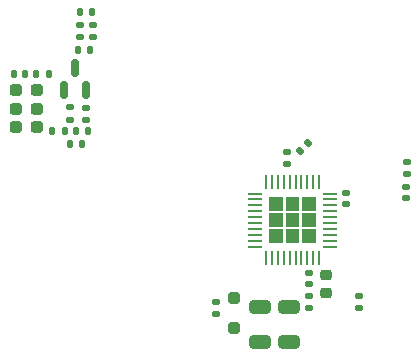
<source format=gbr>
%TF.GenerationSoftware,KiCad,Pcbnew,7.0.11*%
%TF.CreationDate,2024-11-13T01:10:25+09:00*%
%TF.ProjectId,MD,4d442e6b-6963-4616-945f-706362585858,rev?*%
%TF.SameCoordinates,Original*%
%TF.FileFunction,Paste,Bot*%
%TF.FilePolarity,Positive*%
%FSLAX46Y46*%
G04 Gerber Fmt 4.6, Leading zero omitted, Abs format (unit mm)*
G04 Created by KiCad (PCBNEW 7.0.11) date 2024-11-13 01:10:25*
%MOMM*%
%LPD*%
G01*
G04 APERTURE LIST*
G04 Aperture macros list*
%AMRoundRect*
0 Rectangle with rounded corners*
0 $1 Rounding radius*
0 $2 $3 $4 $5 $6 $7 $8 $9 X,Y pos of 4 corners*
0 Add a 4 corners polygon primitive as box body*
4,1,4,$2,$3,$4,$5,$6,$7,$8,$9,$2,$3,0*
0 Add four circle primitives for the rounded corners*
1,1,$1+$1,$2,$3*
1,1,$1+$1,$4,$5*
1,1,$1+$1,$6,$7*
1,1,$1+$1,$8,$9*
0 Add four rect primitives between the rounded corners*
20,1,$1+$1,$2,$3,$4,$5,0*
20,1,$1+$1,$4,$5,$6,$7,0*
20,1,$1+$1,$6,$7,$8,$9,0*
20,1,$1+$1,$8,$9,$2,$3,0*%
G04 Aperture macros list end*
%ADD10RoundRect,0.140000X0.170000X-0.140000X0.170000X0.140000X-0.170000X0.140000X-0.170000X-0.140000X0*%
%ADD11RoundRect,0.135000X-0.185000X0.135000X-0.185000X-0.135000X0.185000X-0.135000X0.185000X0.135000X0*%
%ADD12RoundRect,0.250000X-0.650000X0.325000X-0.650000X-0.325000X0.650000X-0.325000X0.650000X0.325000X0*%
%ADD13RoundRect,0.135000X0.135000X0.185000X-0.135000X0.185000X-0.135000X-0.185000X0.135000X-0.185000X0*%
%ADD14RoundRect,0.150000X0.150000X-0.587500X0.150000X0.587500X-0.150000X0.587500X-0.150000X-0.587500X0*%
%ADD15RoundRect,0.135000X-0.135000X-0.185000X0.135000X-0.185000X0.135000X0.185000X-0.135000X0.185000X0*%
%ADD16RoundRect,0.225000X0.250000X-0.225000X0.250000X0.225000X-0.250000X0.225000X-0.250000X-0.225000X0*%
%ADD17RoundRect,0.237500X-0.287500X-0.237500X0.287500X-0.237500X0.287500X0.237500X-0.287500X0.237500X0*%
%ADD18RoundRect,0.135000X0.185000X-0.135000X0.185000X0.135000X-0.185000X0.135000X-0.185000X-0.135000X0*%
%ADD19RoundRect,0.140000X-0.170000X0.140000X-0.170000X-0.140000X0.170000X-0.140000X0.170000X0.140000X0*%
%ADD20RoundRect,0.250000X-0.250000X0.250000X-0.250000X-0.250000X0.250000X-0.250000X0.250000X0.250000X0*%
%ADD21RoundRect,0.140000X0.140000X0.170000X-0.140000X0.170000X-0.140000X-0.170000X0.140000X-0.170000X0*%
%ADD22RoundRect,0.135000X-0.035355X0.226274X-0.226274X0.035355X0.035355X-0.226274X0.226274X-0.035355X0*%
%ADD23O,0.230000X1.210000*%
%ADD24O,1.210000X0.230000*%
G04 APERTURE END LIST*
%TO.C,U6*%
G36*
X23732987Y-21000821D02*
G01*
X22562987Y-21000821D01*
X22562987Y-19830821D01*
X23732987Y-19830821D01*
X23732987Y-21000821D01*
G37*
G36*
X25102987Y-21000821D02*
G01*
X23932987Y-21000821D01*
X23932987Y-19830821D01*
X25102987Y-19830821D01*
X25102987Y-21000821D01*
G37*
G36*
X26472987Y-21000821D02*
G01*
X25302987Y-21000821D01*
X25302987Y-19830821D01*
X26472987Y-19830821D01*
X26472987Y-21000821D01*
G37*
G36*
X23732987Y-19630821D02*
G01*
X22562987Y-19630821D01*
X22562987Y-18460821D01*
X23732987Y-18460821D01*
X23732987Y-19630821D01*
G37*
G36*
X25102987Y-19630821D02*
G01*
X23932987Y-19630821D01*
X23932987Y-18460821D01*
X25102987Y-18460821D01*
X25102987Y-19630821D01*
G37*
G36*
X26472987Y-19630821D02*
G01*
X25302987Y-19630821D01*
X25302987Y-18460821D01*
X26472987Y-18460821D01*
X26472987Y-19630821D01*
G37*
G36*
X23732987Y-18260821D02*
G01*
X22562987Y-18260821D01*
X22562987Y-17090821D01*
X23732987Y-17090821D01*
X23732987Y-18260821D01*
G37*
G36*
X25102987Y-18260821D02*
G01*
X23932987Y-18260821D01*
X23932987Y-17090821D01*
X25102987Y-17090821D01*
X25102987Y-18260821D01*
G37*
G36*
X26472987Y-18260821D02*
G01*
X25302987Y-18260821D01*
X25302987Y-17090821D01*
X26472987Y-17090821D01*
X26472987Y-18260821D01*
G37*
%TD*%
D10*
%TO.C,C26*%
X29046592Y-17711952D03*
X29046592Y-16751952D03*
%TD*%
D11*
%TO.C,R1*%
X34172320Y-14149096D03*
X34172320Y-15169096D03*
%TD*%
D12*
%TO.C,C23*%
X24186288Y-26387049D03*
X24186288Y-29337049D03*
%TD*%
D13*
%TO.C,R29*%
X7367926Y-4622934D03*
X6347926Y-4622934D03*
%TD*%
D14*
%TO.C,Q5*%
X7028896Y-8058847D03*
X5128896Y-8058847D03*
X6078896Y-6183847D03*
%TD*%
D15*
%TO.C,R26*%
X6489069Y-1419813D03*
X7509069Y-1419813D03*
%TD*%
D16*
%TO.C,C28*%
X27376853Y-25255142D03*
X27376853Y-23705142D03*
%TD*%
D17*
%TO.C,D22*%
X1125000Y-8000000D03*
X2875000Y-8000000D03*
%TD*%
D11*
%TO.C,R28*%
X6523448Y-2550501D03*
X6523448Y-3570501D03*
%TD*%
D18*
%TO.C,R72*%
X5713895Y-10526175D03*
X5713895Y-9506175D03*
%TD*%
D19*
%TO.C,C1*%
X34159743Y-16216675D03*
X34159743Y-17176675D03*
%TD*%
D17*
%TO.C,D20*%
X1120288Y-11196083D03*
X2870288Y-11196083D03*
%TD*%
D11*
%TO.C,R24*%
X7597912Y-2552780D03*
X7597912Y-3572780D03*
%TD*%
D20*
%TO.C,D5*%
X19559617Y-25676490D03*
X19559617Y-28176490D03*
%TD*%
D10*
%TO.C,C29*%
X24032631Y-14265961D03*
X24032631Y-13305961D03*
%TD*%
D13*
%TO.C,R75*%
X7165288Y-11523492D03*
X6145288Y-11523492D03*
%TD*%
D18*
%TO.C,R30*%
X18033291Y-27011083D03*
X18033291Y-25991083D03*
%TD*%
D17*
%TO.C,D21*%
X1120288Y-9598472D03*
X2870288Y-9598472D03*
%TD*%
D13*
%TO.C,R69*%
X5210000Y-11500000D03*
X4190000Y-11500000D03*
%TD*%
D12*
%TO.C,C24*%
X21788621Y-26387049D03*
X21788621Y-29337049D03*
%TD*%
D19*
%TO.C,C25*%
X25921593Y-25487339D03*
X25921593Y-26447339D03*
%TD*%
D11*
%TO.C,R4*%
X7046543Y-9527803D03*
X7046543Y-10547803D03*
%TD*%
D13*
%TO.C,R18*%
X3857439Y-6639825D03*
X2837439Y-6639825D03*
%TD*%
D21*
%TO.C,C14*%
X1869679Y-6646407D03*
X909679Y-6646407D03*
%TD*%
D13*
%TO.C,R19*%
X6706336Y-12581390D03*
X5686336Y-12581390D03*
%TD*%
D22*
%TO.C,R2*%
X25857881Y-12480947D03*
X25136633Y-13202195D03*
%TD*%
D23*
%TO.C,U6*%
X26767988Y-22250821D03*
X26267989Y-22250821D03*
X25767987Y-22250821D03*
X25267988Y-22250821D03*
X24767987Y-22250821D03*
X24267987Y-22250821D03*
X23767989Y-22250821D03*
X23267987Y-22250821D03*
X22767988Y-22250821D03*
X22267986Y-22250821D03*
D24*
X21312987Y-21295822D03*
X21312987Y-20795823D03*
X21312987Y-20295821D03*
X21312987Y-19795822D03*
X21312987Y-19295821D03*
X21312987Y-18795821D03*
X21312987Y-18295823D03*
X21312987Y-17795821D03*
X21312987Y-17295822D03*
X21312987Y-16795820D03*
D23*
X22267986Y-15840821D03*
X22767988Y-15840821D03*
X23267987Y-15840821D03*
X23767989Y-15840821D03*
X24267987Y-15840821D03*
X24767987Y-15840821D03*
X25267988Y-15840821D03*
X25767987Y-15840821D03*
X26267989Y-15840821D03*
X26767988Y-15840821D03*
D24*
X27722987Y-16795820D03*
X27722987Y-17295822D03*
X27722987Y-17795821D03*
X27722987Y-18295823D03*
X27722987Y-18795821D03*
X27722987Y-19295821D03*
X27722987Y-19795822D03*
X27722987Y-20295821D03*
X27722987Y-20795823D03*
X27722987Y-21295822D03*
%TD*%
D10*
%TO.C,C27*%
X25926688Y-24491447D03*
X25926688Y-23531447D03*
%TD*%
D11*
%TO.C,R3*%
X30165448Y-25495071D03*
X30165448Y-26515071D03*
%TD*%
M02*

</source>
